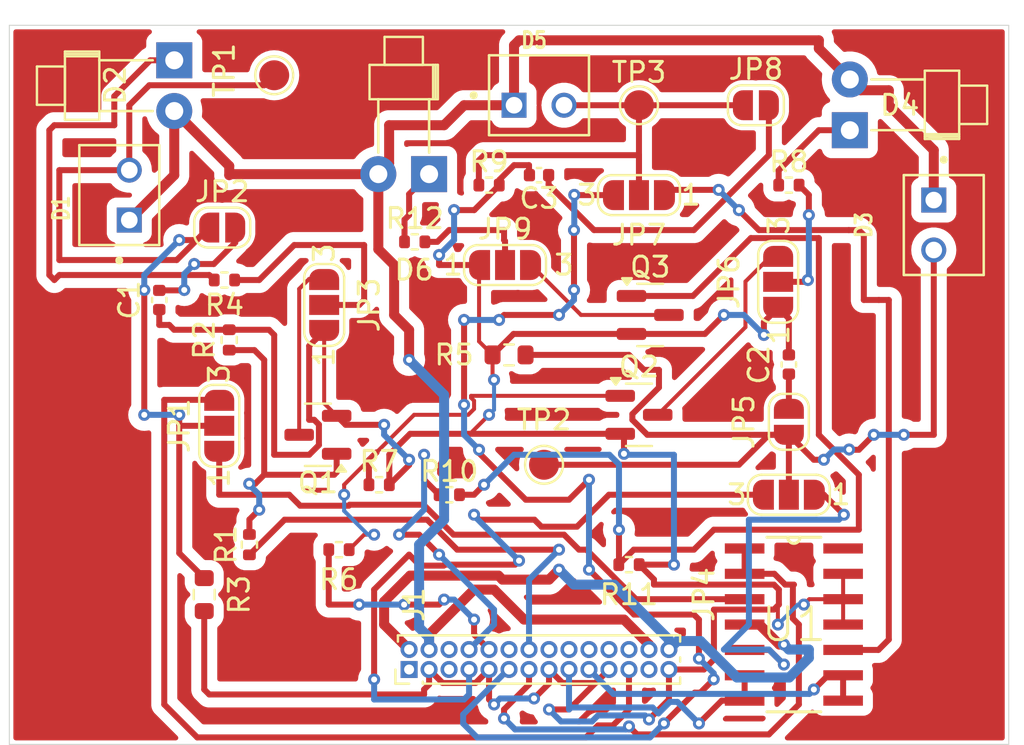
<source format=kicad_pcb>
(kicad_pcb (version 20240108) (generator "pcbnew") (generator_version "8.0")
  (layers (0 "F.Cu" signal) (31 "B.Cu" signal) (34 "B.Paste" user) (35 "F.Paste" user) (36 "B.SilkS" user "B.Silkscreen") (37 "F.SilkS" user "F.Silkscreen") (38 "B.Mask" user) (39 "F.Mask" user) (44 "Edge.Cuts" user))
  (net 0 "")
  (net 1 "Net-(JP8-B)")
  (net 2 "GND")
  (net 3 "Net-(JP2-B)")
  (net 4 "Net-(JP3-B)")
  (net 5 "+3V3")
  (net 6 "/V_out1")
  (net 7 "Net-(D2-K)")
  (net 8 "/V_out2")
  (net 9 "Net-(JP1-C)")
  (net 10 "/V_out3")
  (net 11 "/AB0")
  (net 12 "/PA3 ")
  (net 13 "/PA5")
  (net 14 "/RESV2")
  (net 15 "/BATT")
  (net 16 "/PC4")
  (net 17 "/PA6")
  (net 18 "/PC5")
  (net 19 "/RESV3 ")
  (net 20 "/PE14")
  (net 21 "/PA4")
  (net 22 "/PE10")
  (net 23 "/PE13 ")
  (net 24 "/PE12")
  (net 25 "/PE9")
  (net 26 "/PA7")
  (net 27 "/PE8")
  (net 28 "/RESV1")
  (net 29 "/PE15")
  (net 30 "/PE11")
  (net 31 "Net-(D4-K)")
  (net 32 "Net-(JP7-C)")
  (net 33 "Net-(JP3-C)")
  (net 35 "Net-(Q3-G)")
  (net 36 "Net-(JP5-B)")
  (net 37 "Net-(D6-K)")
  (net 38 "Net-(JP9-C)")
  (net 39 "Net-(JP4-C)")
  (net 40 "Net-(JP9-B)")
  (net 41 "Net-(JP6-B)")
  (net 42 "Net-(JP6-C)")
  (net 43 "Net-(Q1-G)")
  (net 44 "Net-(Q2-G)")
  (footprint "Resistor_SMD:R_0603_1608Metric" (layer "F.Cu") (at 224 132.5 180)
    (property "Reference" "R5")
    (property "Value" "220k")
  )
  (footprint "Jumper:SolderJumper-3_P1.3mm_Open_RoundedPad1.0x1.5mm_NumberLabels" (layer "F.Cu") (at 237.463795 128.841204 90)
    (property "Reference" "JP6")
    (property "Value" "SolderJumper_3_Open")
  )
  (footprint "TestPoint:TestPoint_Pad_D1.5mm" (layer "F.Cu") (at 225.75 138)
    (property "Reference" "TP2")
    (property "Value" "TestPoint")
  )
  (footprint "Capacitor_SMD:C_0402_1005Metric" (layer "F.Cu") (at 206.5 129.75 -90)
    (property "Reference" "C1")
    (property "Value" "10n")
  )
  (footprint "Capacitor_SMD:C_0402_1005Metric" (layer "F.Cu") (at 238 132.98 90)
    (property "Reference" "C2")
    (property "Value" "10n")
  )
  (footprint "Jumper:SolderJumper-2_P1.3mm_Open_RoundedPad1.0x1.5mm" (layer "F.Cu") (at 209.65 126.125)
    (property "Reference" "JP2")
    (property "Value" "SolderJumper_2_Open")
  )
  (footprint "Connector_PinHeader_1.00mm:PinHeader_2x14_P1.00mm_Vertical" (layer "F.Cu") (at 219 148.25 90)
    (property "Reference" "J1")
    (property "Value" "Conn_02x14_Odd_Even")
  )
  (footprint "LED_THT:LED_D1.8mm_W1.8mm_H2.4mm_Horizontal_O3.81mm_Z4.9mm" (layer "F.Cu") (at 241.05 121.25 90)
    (property "Reference" "D4")
    (property "Value" "TSAL4400")
  )
  (footprint "Jumper:SolderJumper-2_P1.3mm_Open_RoundedPad1.0x1.5mm" (layer "F.Cu") (at 236.35 120)
    (property "Reference" "JP8")
    (property "Value" "SolderJumper_2_Open")
  )
  (footprint "Resistor_SMD:R_0402_1005Metric" (layer "F.Cu") (at 238 124)
    (property "Reference" "R8")
    (property "Value" "15")
  )
  (footprint "BPW41N:DIO_BPW41N" (layer "F.Cu") (at 225.5 120)
    (property "Reference" "D5")
    (property "Value" "BPW41N")
  )
  (footprint "Resistor_SMD:R_0402_1005Metric" (layer "F.Cu") (at 219.28 126.84)
    (property "Reference" "R12")
    (property "Value" "15")
  )
  (footprint "Resistor_SMD:R_0402_1005Metric" (layer "F.Cu") (at 210 131.75 90)
    (property "Reference" "R2")
    (property "Value" "47k")
  )
  (footprint "Jumper:SolderJumper-3_P1.3mm_Open_RoundedPad1.0x1.5mm_NumberLabels" (layer "F.Cu") (at 230.5 124.5 180)
    (property "Reference" "JP7")
    (property "Value" "SolderJumper_3_Open")
  )
  (footprint "Jumper:SolderJumper-3_P1.3mm_Open_RoundedPad1.0x1.5mm_NumberLabels" (layer "F.Cu") (at 223.8 128)
    (property "Reference" "JP9")
    (property "Value" "SolderJumper_3_Open")
  )
  (footprint "Package_TO_SOT_SMD:SOT-23" (layer "F.Cu") (at 231.0625 130.5)
    (property "Reference" "Q3")
    (property "Value" "2N7002")
  )
  (footprint "Resistor_SMD:R_0402_1005Metric" (layer "F.Cu") (at 215.49 142.25)
    (property "Reference" "R6")
    (property "Value" "100")
  )
  (footprint "Jumper:SolderJumper-2_P1.3mm_Open_RoundedPad1.0x1.5mm" (layer "F.Cu") (at 238 135.85 90)
    (property "Reference" "JP5")
    (property "Value" "SolderJumper_2_Open")
  )
  (footprint "Jumper:SolderJumper-3_P1.3mm_Open_RoundedPad1.0x1.5mm_NumberLabels" (layer "F.Cu") (at 209.5 136.05 90)
    (property "Reference" "JP1")
    (property "Value" "SolderJumper_3_Open")
  )
  (footprint "Resistor_SMD:R_0402_1005Metric" (layer "F.Cu") (at 211.01 142 90)
    (property "Reference" "R1")
    (property "Value" "100")
  )
  (footprint "Package_TO_SOT_SMD:SOT-23" (layer "F.Cu") (at 214.4375 136.5 180)
    (property "Reference" "Q1")
    (property "Value" "2N7002")
  )
  (footprint "Resistor_SMD:R_0402_1005Metric" (layer "F.Cu") (at 217.5 139)
    (property "Reference" "R7")
    (property "Value" "47k")
  )
  (footprint "Resistor_SMD:R_0603_1608Metric" (layer "F.Cu") (at 208.75 144.5 -90)
    (property "Reference" "R3")
    (property "Value" "220k")
  )
  (footprint "Jumper:SolderJumper-3_P1.3mm_Open_RoundedPad1.0x1.5mm_NumberLabels" (layer "F.Cu") (at 238 139.5 180)
    (property "Reference" "JP4")
    (property "Value" "SolderJumper_3_Open")
  )
  (footprint "LED_THT:LED_D1.8mm_W1.8mm_H2.4mm_Horizontal_O3.81mm_Z4.9mm" (layer "F.Cu") (at 207.25 117.75 -90)
    (property "Reference" "D2")
    (property "Value" "TSAL4400")
  )
  (footprint "LM324DT:SOIC127P600X175-14N" (layer "F.Cu") (at 238.25 146)
    (property "Reference" "U1")
    (property "Value" "LM324DT")
  )
  (footprint "Resistor_SMD:R_0402_1005Metric" (layer "F.Cu") (at 223 124)
    (property "Reference" "R9")
    (property "Value" "220k")
  )
  (footprint "LED_THT:LED_D1.8mm_W1.8mm_H2.4mm_Horizontal_O3.81mm_Z4.9mm" (layer "F.Cu") (at 220 123.45 180)
    (property "Reference" "D6")
    (property "Value" "TSAL4400")
  )
  (footprint "Resistor_SMD:R_0402_1005Metric" (layer "F.Cu") (at 221.01 139.5)
    (property "Reference" "R10")
    (property "Value" "100")
  )
  (footprint "BPW41N:DIO_BPW41N" (layer "F.Cu") (at 245.25 125.998 -90)
    (property "Reference" "D3")
    (property "Value" "BPW41N")
  )
  (footprint "Jumper:SolderJumper-3_P1.3mm_Open_RoundedPad1.0x1.5mm_NumberLabels" (layer "F.Cu") (at 214.75 130 90)
    (property "Reference" "JP3")
    (property "Value" "SolderJumper_3_Open")
  )
  (footprint "Capacitor_SMD:C_0402_1005Metric" (layer "F.Cu") (at 225.5 123.5 180)
    (property "Reference" "C3")
    (property "Value" "10n")
  )
  (footprint "Resistor_SMD:R_0402_1005Metric" (layer "F.Cu") (at 209.76 128.75)
    (property "Reference" "R4")
    (property "Value" "15")
  )
  (footprint "Resistor_SMD:R_0402_1005Metric" (layer "F.Cu") (at 230 143)
    (property "Reference" "R11")
    (property "Value" "47k")
  )
  (footprint "Package_TO_SOT_SMD:SOT-23" (layer "F.Cu") (at 230.5 135.5)
    (property "Reference" "Q2")
    (property "Value" "2N7002")
  )
  (footprint "TestPoint:TestPoint_Pad_D1.5mm" (layer "F.Cu") (at 212.25 118.5)
    (property "Reference" "TP1")
    (property "Value" "TestPoint")
  )
  (footprint "BPW41N:DIO_BPW41N" (layer "F.Cu") (at 205 124.5 90)
    (property "Reference" "D1")
    (property "Value" "BPW41N")
  )
  (footprint "TestPoint:TestPoint_Pad_D1.5mm" (layer "F.Cu") (at 230.5 120)
    (property "Reference" "TP3")
    (property "Value" "TestPoint")
  )
  (gr_line (start 199 152) (end 199 116) (stroke (width 0.05)) (layer "Edge.Cuts"))
  (gr_line (start 249 152) (end 199 152) (stroke (width 0.05)) (layer "Edge.Cuts"))
  (gr_line (start 249 116) (end 249 152) (stroke (width 0.05)) (layer "Edge.Cuts"))
  (gr_line (start 199 116) (end 249 116) (stroke (width 0.05)) (layer "Edge.Cuts"))
  (segment (start 225.98 123.98) (end 228.25 126.25) (width 0.3) (layer "F.Cu") (net 1))
  (segment (start 228.25 126.25) (end 233.25 126.25) (width 0.3) (layer "F.Cu") (net 1))
  (segment (start 233.25 126.25) (end 237 122.5) (width 0.3) (layer "F.Cu") (net 1))
  (segment (start 237 122.5) (end 237 120) (width 0.3) (layer "F.Cu") (net 1))
  (segment (start 225.98 123.5) (end 225.98 123.98) (width 0.3) (layer "F.Cu") (net 1))
  (segment (start 225 123.48) (end 225.02 123.5) (width 0.3) (layer "F.Cu") (net 2))
  (segment (start 222.325 148.925) (end 220.675 148.925) (width 0.3) (layer "F.Cu") (net 2))
  (segment (start 234.25 147.75) (end 233.75 148.25) (width 0.3) (layer "F.Cu") (net 2))
  (segment (start 222.06 136.45) (end 219.05 136.45) (width 0.3) (layer "F.Cu") (net 2))
  (segment (start 206.5 130.23) (end 206.5 131) (width 0.3) (layer "F.Cu") (net 2))
  (segment (start 219.75 149.25) (end 220 149) (width 0.3) (layer "F.Cu") (net 2))
  (segment (start 223.175 132.5) (end 223.175 133.675) (width 0.2) (layer "F.Cu") (net 2))
  (segment (start 237.5 144.25) (end 237.5 145) (width 0.3) (layer "F.Cu") (net 2))
  (segment (start 223.51 124) (end 223.51 123.74) (width 0.3) (layer "F.Cu") (net 2))
  (segment (start 218.01 137.49) (end 218.01 139) (width 0.3) (layer "F.Cu") (net 2))
  (segment (start 237.5 145) (end 237.375 145.125) (width 0.3) (layer "F.Cu") (net 2))
  (segment (start 219.75 149.5) (end 219.75 149.25) (width 0.3) (layer "F.Cu") (net 2))
  (segment (start 222.06 136.44) (end 222.06 136.45) (width 0.2) (layer "F.Cu") (net 2))
  (segment (start 220.5 127.5) (end 220.5 128) (width 0.3) (layer "F.Cu") (net 2))
  (segment (start 230.125 131.45) (end 224.225 131.45) (width 0.3) (layer "F.Cu") (net 2))
  (segment (start 220.675 148.925) (end 220 148.25) (width 0.3) (layer "F.Cu") (net 2))
  (segment (start 240.7138 143.46) (end 240.7138 144.73) (width 0.2) (layer "F.Cu") (net 2))
  (segment (start 214.25 135.75) (end 214 135.75) (width 0.3) (layer "F.Cu") (net 2))
  (segment (start 222.26 125.25) (end 221.25 125.25) (width 0.3) (layer "F.Cu") (net 2))
  (segment (start 240.7138 144.73) (end 239.02 144.73) (width 0.2) (layer "F.Cu") (net 2))
  (segment (start 223.25 150) (end 223 149.75) (width 0.3) (layer "F.Cu") (net 2))
  (segment (start 223 135.5) (end 222.06 136.44) (width 0.2) (layer "F.Cu") (net 2))
  (segment (start 231 150.75) (end 232 149.75) (width 0.3) (layer "F.Cu") (net 2))
  (segment (start 231.25 143.74) (end 231.25 144) (width 0.3) (layer "F.Cu") (net 2))
  (segment (start 233.8 131.45) (end 234.75 130.5) (width 0.3) (layer "F.Cu") (net 2))
  (segment (start 207 131) (end 207.24 131.24) (width 0.3) (layer "F.Cu") (net 2))
  (segment (start 209 149.5) (end 219.75 149.5) (width 0.3) (layer "F.Cu") (net 2))
  (segment (start 234.25 145.25) (end 234.25 147.75) (width 0.3) (layer "F.Cu") (net 2))
  (segment (start 230.51 143) (end 231.25 143.74) (width 0.3) (layer "F.Cu") (net 2))
  (segment (start 226 148.95) (end 226 148.25) (width 0.3) (layer "F.Cu") (net 2))
  (segment (start 226.675 148.925) (end 228.325 148.925) (width 0.3) (layer "F.Cu") (net 2))
  (segment (start 214.75 134.925) (end 214.75 131.3) (width 0.2) (layer "F.Cu") (net 2))
  (segment (start 229.5625 136.45) (end 222.06 136.45) (width 0.3) (layer "F.Cu") (net 2))
  (segment (start 215.825 136) (end 215.375 135.55) (width 0.3) (layer "F.Cu") (net 2))
  (segment (start 214.4875 137.0125) (end 214.4875 135.9875) (width 0.3) (layer "F.Cu") (net 2))
  (segment (start 219.05 136.45) (end 218.01 137.49) (width 0.3) (layer "F.Cu") (net 2))
  (segment (start 237.45 146) (end 237.45 145.2) (width 0.2) (layer "F.Cu") (net 2))
  (segment (start 229.75 136.6375) (end 229.5625 136.45) (width 0.3) (layer "F.Cu") (net 2))
  (segment (start 237.45 145.2) (end 237.375 145.125) (width 0.2) (layer "F.Cu") (net 2))
  (segment (start 224.225 131.45) (end 223.175 132.5) (width 0.3) (layer "F.Cu") (net 2))
  (segment (start 223 148.25) (end 222.325 148.925) (width 0.3) (layer "F.Cu") (net 2))
  (segment (start 229.75 137.45) (end 229.75 136.6375) (width 0.3) (layer "F.Cu") (net 2))
  (segment (start 217.75 136) (end 215.825 136) (width 0.3) (layer "F.Cu") (net 2))
  (segment (start 238 132.5) (end 238 130.677409) (width 0.3) (layer "F.Cu") (net 2))
  (segment (start 214.4875 135.9875) (end 214.25 135.75) (width 0.3) (layer "F.Cu") (net 2))
  (segment (start 224.25 123) (end 225 123) (width 0.3) (layer "F.Cu") (net 2))
  (segment (start 212.25 131.5) (end 212.25 137.5) (width 0.3) (layer "F.Cu") (net 2))
  (segment (start 219 138.01) (end 218.01 139) (width 0.3) (layer "F.Cu") (net 2))
  (segment (start 225 123) (end 225 123.48) (width 0.3) (layer "F.Cu") (net 2))
  (segment (start 207.24 131.24) (end 210 131.24) (width 0.3) (layer "F.Cu") (net 2))
  (segment (start 223.51 123.74) (end 224.25 123) (width 0.3) (layer "F.Cu") (net 2))
  (segment (start 227 150.25) (end 229 148.25) (width 0.3) (layer "F.Cu") (net 2))
  (segment (start 220.5 128) (end 222.5 128) (width 0.3) (layer "F.Cu") (net 2))
  (segment (start 215.375 135.55) (end 214.75 134.925) (width 0.2) (layer "F.Cu") (net 2))
  (segment (start 236.75 131.5) (end 236.75 130.854999) (width 0.3) (layer "F.Cu") (net 2))
  (segment (start 240.7138 144.73) (end 240.7138 146) (width 0.2) (layer "F.Cu") (net 2))
  (segment (start 219 137.75) (end 219 138.01) (width 0.3) (layer "F.Cu") (net 2))
  (segment (start 226 150.25) (end 227 150.25) (width 0.3) (layer "F.Cu") (net 2))
  (segment (start 239.02 144.73) (end 238.75 145) (width 0.2) (layer "F.Cu") (net 2))
  (segment (start 214 137.5) (end 214.4875 137.0125) (width 0.3) (layer "F.Cu") (net 2))
  (segment (start 214 132.05) (end 214.75 131.3) (width 0.3) (layer "F.Cu") (net 2))
  (segment (start 223.175 133.675) (end 223.25 133.75) (width 0.2) (layer "F.Cu") (net 2))
  (segment (start 238 130.677409) (end 237.463795 130.141204) (width 0.3) (layer "F.Cu") (net 2))
  (segment (start 231.25 144) (end 237.25 144) (width 0.3) (layer "F.Cu") (net 2))
  (segment (start 211.99 131.24) (end 212.25 131.5) (width 0.3) (layer "F.Cu") (net 2))
  (segment (start 232 149.75) (end 232 148.25) (width 0.3) (layer "F.Cu") (net 2))
  (segment (start 210 131.24) (end 211.99 131.24) (width 0.3) (layer "F.Cu") (net 2))
  (segment (start 237.25 145.25) (end 234.25 145.25) (width 0.3) (layer "F.Cu") (net 2))
  (segment (start 222.5 131.825) (end 222.5 128) (width 0.2) (layer "F.Cu") (net 2))
  (segment (start 226 148.25) (end 226.675 148.925) (width 0.3) (layer "F.Cu") (net 2))
  (segment (start 206.5 131) (end 207 131) (width 0.3) (layer "F.Cu") (net 2))
  (segment (start 228.325 148.925) (end 229 148.25) (width 0.3) (layer "F.Cu") (net 2))
  (segment (start 208.75 145.325) (end 208.75 149.25) (width 0.3) (layer "F.Cu") (net 2))
  (segment (start 230.125 131.45) (end 233.8 131.45) (width 0.3) (layer "F.Cu") (net 2))
  (segment (start 236.75 130.854999) (end 237.463795 130.141204) (width 0.3) (layer "F.Cu") (net 2))
  (segment (start 225.25 149.7) (end 226 148.95) (width 0.3) (layer "F.Cu") (net 2))
  (segment (start 214 135.75) (end 214 132.05) (width 0.3) (layer "F.Cu") (net 2))
  (segment (start 237.25 144) (end 237.5 144.25) (width 0.3) (layer "F.Cu") (net 2))
  (segment (start 208.75 149.25) (end 209 149.5) (width 0.3) (layer "F.Cu") (net 2))
  (segment (start 223.175 132.5) (end 222.5 131.825) (width 0.2) (layer "F.Cu") (net 2))
  (segment (start 237.375 145.125) (end 237.25 145.25) (width 0.3) (layer "F.Cu") (net 2))
  (segment (start 230.51 143) (end 232.25 143) (width 0.3) (layer "F.Cu") (net 2))
  (segment (start 220 149) (end 220 148.25) (width 0.3) (layer "F.Cu") (net 2))
  (segment (start 223.51 124) (end 222.26 125.25) (width 0.3) (layer "F.Cu") (net 2))
  (segment (start 212.25 137.5) (end 214 137.5) (width 0.3) (layer "F.Cu") (net 2))
  (segment (start 223 149.75) (end 223 148.25) (width 0.3) (layer "F.Cu") (net 2))
  (segment (start 233.75 148.25) (end 232 148.25) (width 0.3) (layer "F.Cu") (net 2))
  (via (at 223 135.5) (size 0.6) (drill 0.3) (layers "F.Cu" "B.Cu") (net 2))
  (via (at 219 137.75) (size 0.6) (drill 0.3) (layers "F.Cu" "B.Cu") (net 2))
  (via (at 220.5 127.5) (size 0.6) (drill 0.3) (layers "F.Cu" "B.Cu") (net 2))
  (via (at 234.75 130.5) (size 0.6) (drill 0.3) (layers "F.Cu" "B.Cu") (net 2))
  (via (at 217.75 136) (size 0.6) (drill 0.3) (layers "F.Cu" "B.Cu") (net 2))
  (via (at 229.75 137.45) (size 0.6) (drill 0.3) (layers "F.Cu" "B.Cu") (net 2))
  (via (at 238.75 145) (size 0.6) (drill 0.3) (layers "F.Cu" "B.Cu") (net 2))
  (via (at 231 150.75) (size 0.6) (drill 0.3) (layers "F.Cu" "B.Cu") (net 2))
  (via (at 221.25 125.25) (size 0.6) (drill 0.3) (layers "F.Cu" "B.Cu") (net 2))
  (via (at 236.75 131.5) (size 0.6) (drill 0.3) (layers "F.Cu" "B.Cu") (net 2))
  (via (at 223.25 133.75) (size 0.6) (drill 0.3) (layers "F.Cu" "B.Cu") (net 2))
  (via (at 225.25 149.7) (size 0.6) (drill 0.3) (layers "F.Cu" "B.Cu") (net 2))
  (via (at 232.25 143) (size 0.6) (drill 0.3) (layers "F.Cu" "B.Cu") (net 2))
  (via (at 237.45 146) (size 0.6) (drill 0.3) (layers "F.Cu" "B.Cu") (net 2))
  (via (at 223.25 150) (size 0.6) (drill 0.3) (layers "F.Cu" "B.Cu") (net 2))
  (via (at 226 150.25) (size 0.6) (drill 0.3) (layers "F.Cu" "B.Cu") (net 2))
  (segment (start 234.75 130.5) (end 235.75 130.5) (width 0.3) (layer "B.Cu") (net 2))
  (segment (start 228.45 150.55) (end 228.15 150.85) (width 0.3) (layer "B.Cu") (net 2))
  (segment (start 238.45 145) (end 237.45 146) (width 0.2) (layer "B.Cu") (net 2))
  (segment (start 229.8 137.5) (end 229.75 137.45) (width 0.3) (layer "B.Cu") (net 2))
  (segment (start 232.25 143) (end 232.25 137.5) (width 0.3) (layer "B.Cu") (net 2))
  (segment (start 228.15 150.85) (end 226.6 150.85) (width 0.3) (layer "B.Cu") (net 2))
  (segment (start 225.25 149.7) (end 223.55 149.7) (width 0.3) (layer "B.Cu") (net 2))
  (segment (start 231 150.75) (end 230.8 150.55) (width 0.3) (layer "B.Cu") (net 2))
  (segment (start 238.75 145) (end 238.45 145) (width 0.2) (layer "B.Cu") (net 2))
  (segment (start 235.75 130.5) (end 236.75 131.5) (width 0.3) (layer "B.Cu") (net 2))
  (segment (start 221.25 125.25) (end 221.25 126.75) (width 0.3) (layer "B.Cu") (net 2))
  (segment (start 217.75 136.5) (end 217.75 136) (width 0.3) (layer "B.Cu") (net 2))
  (segment (start 230.8 150.55) (end 228.45 150.55) (width 0.3) (layer "B.Cu") (net 2))
  (segment (start 223.25 133.75) (end 223.25 135.25) (width 0.2) (layer "B.Cu") (net 2))
  (segment (start 223.25 135.25) (end 223 135.5) (width 0.2) (layer "B.Cu") (net 2))
  (segment (start 219 137.75) (end 217.75 136.5) (width 0.3) (layer "B.Cu") (net 2))
  (segment (start 226.6 150.85) (end 226 150.25) (width 0.3) (layer "B.Cu") (net 2))
  (segment (start 221.25 126.75) (end 220.5 127.5) (width 0.3) (layer "B.Cu") (net 2))
  (segment (start 223.55 149.7) (end 223.25 150) (width 0.3) (layer "B.Cu") (net 2))
  (segment (start 232.25 137.5) (end 229.8 137.5) (width 0.3) (layer "B.Cu") (net 2))
  (segment (start 210.3 126.88) (end 210.3 126.125) (width 0.3) (layer "F.Cu") (net 3))
  (segment (start 209.23 127.95) (end 210.3 126.88) (width 0.3) (layer "F.Cu") (net 3))
  (segment (start 207.73 129.27) (end 207.75 129.25) (width 0.3) (layer "F.Cu") (net 3))
  (segment (start 206.5 129.27) (end 207.73 129.27) (width 0.3) (layer "F.Cu") (net 3))
  (segment (start 208.25 127.95) (end 209.23 127.95) (width 0.3) (layer "F.Cu") (net 3))
  (via (at 208.25 127.95) (size 0.6) (drill 0.3) (layers "F.Cu" "B.Cu") (net 3))
  (via (at 207.75 129.25) (size 0.6) (drill 0.3) (layers "F.Cu" "B.Cu") (net 3))
  (segment (start 207.75 129.25) (end 207.75 128.45) (width 0.3) (layer "B.Cu") (net 3))
  (segment (start 207.75 128.45) (end 208.25 127.95) (width 0.3) (layer "B.Cu") (net 3))
  (segment (start 213.5 129.195) (end 213.995 128.7) (width 0.2) (layer "F.Cu") (net 4))
  (segment (start 213.995 128.7) (end 214.75 128.7) (width 0.2) (layer "F.Cu") (net 4))
  (segment (start 213.5 136.5) (end 213.5 129.195) (width 0.2) (layer "F.Cu") (net 4))
  (segment (start 226 143.75) (end 223.669239 143.75) (width 0.5) (layer "F.Cu") (net 5))
  (segment (start 217.75 146) (end 219 147.25) (width 0.5) (layer "F.Cu") (net 5))
  (segment (start 235.7862 146) (end 236.5228 146) (width 0.5) (layer "F.Cu") (net 5))
  (segment (start 237.5228 147) (end 237.75 147) (width 0.5) (layer "F.Cu") (net 5))
  (segment (start 226.5 143.25) (end 226 143.75) (width 0.5) (layer "F.Cu") (net 5))
  (segment (start 223.669239 143.75) (end 223.469239 143.55) (width 0.5) (layer "F.Cu") (net 5))
  (segment (start 219.05 143.55) (end 217.75 144.85) (width 0.5) (layer "F.Cu") (net 5))
  (segment (start 236.5228 146) (end 237.5228 147) (width 0.5) (layer "F.Cu") (net 5))
  (segment (start 223.469239 143.55) (end 219.05 143.55) (width 0.5) (layer "F.Cu") (net 5))
  (segment (start 217.75 144.85) (end 217.75 146) (width 0.5) (layer "F.Cu") (net 5))
  (via (at 226.5 143.25) (size 0.6) (drill 0.3) (layers "F.Cu" "B.Cu") (net 5))
  (via (at 237.75 147) (size 0.6) (drill 0.3) (layers "F.Cu" "B.Cu") (net 5))
  (segment (start 226.5 143.25) (end 227.25 144) (width 0.5) (layer "B.Cu") (net 5))
  (segment (start 227.25 144) (end 229.25 144) (width 0.5) (layer "B.Cu") (net 5))
  (segment (start 232 146.75) (end 232 147.25) (width 0.5) (layer "B.Cu") (net 5))
  (segment (start 229.25 144) (end 232 146.75) (width 0.5) (layer "B.Cu") (net 5))
  (segment (start 233.575001 146.825001) (end 232.424999 146.825001) (width 0.5) (layer "B.Cu") (net 5))
  (segment (start 239 147.669239) (end 238.019239 148.65) (width 0.5) (layer "B.Cu") (net 5))
  (segment (start 239 147.25) (end 239 147.669239) (width 0.5) (layer "B.Cu") (net 5))
  (segment (start 238 147.25) (end 239 147.25) (width 0.5) (layer "B.Cu") (net 5))
  (segment (start 238.019239 148.65) (end 235.4 148.65) (width 0.5) (layer "B.Cu") (net 5))
  (segment (start 235.4 148.65) (end 233.575001 146.825001) (width 0.5) (layer "B.Cu") (net 5))
  (segment (start 237.75 147) (end 238 147.25) (width 0.5) (layer "B.Cu") (net 5))
  (segment (start 232.424999 146.825001) (end 232 147.25) (width 0.5) (layer "B.Cu") (net 5))
  (segment (start 215.977818 140.05) (end 216.027818 140) (width 0.3) (layer "F.Cu") (net 6))
  (segment (start 213 139.5) (end 213.55 140.05) (width 0.3) (layer "F.Cu") (net 6))
  (segment (start 227.5 142.25) (end 227.871786 142.25) (width 0.3) (layer "F.Cu") (net 6))
  (segment (start 227.871786 142.25) (end 230.351786 144.73) (width 0.3) (layer "F.Cu") (net 6))
  (segment (start 230.351786 144.73) (end 235.7862 144.73) (width 0.3) (layer "F.Cu") (net 6))
  (segment (start 209.5 137.35) (end 209.5 139.5) (width 0.3) (layer "F.Cu") (net 6))
  (segment (start 209.5 139.5) (end 213 139.5) (width 0.3) (layer "F.Cu") (net 6))
  (segment (start 221.222182 141.5) (end 226.75 141.5) (width 0.3) (layer "F.Cu") (net 6))
  (segment (start 213.55 140.05) (end 215.977818 140.05) (width 0.3) (layer "F.Cu") (net 6))
  (segment (start 219.722182 140) (end 221.222182 141.5) (width 0.3) (layer "F.Cu") (net 6))
  (segment (start 216.027818 140) (end 219.722182 140) (width 0.3) (layer "F.Cu") (net 6))
  (segment (start 226.75 141.5) (end 227.5 142.25) (width 0.3) (layer "F.Cu") (net 6))
  (segment (start 209 128.5) (end 209.25 128.75) (width 0.3) (layer "F.Cu") (net 7))
  (segment (start 204.25 119.55) (end 204.25 121) (width 0.3) (layer "F.Cu") (net 7))
  (segment (start 201 121.25) (end 201 128.5) (width 0.3) (layer "F.Cu") (net 7))
  (segment (start 204.25 121) (end 201.25 121) (width 0.3) (layer "F.Cu") (net 7))
  (segment (start 206.05 117.75) (end 204.25 119.55) (width 0.3) (layer "F.Cu") (net 7))
  (segment (start 201.25 121) (end 201 121.25) (width 0.3) (layer "F.Cu") (net 7))
  (segment (start 201 128.5) (end 201.25 128.75) (width 0.3) (layer "F.Cu") (net 7))
  (segment (start 201.25 128.75) (end 201.5 128.5) (width 0.3) (layer "F.Cu") (net 7))
  (segment (start 207.25 117.75) (end 206.05 117.75) (width 0.3) (layer "F.Cu") (net 7))
  (segment (start 201.5 128.5) (end 209 128.5) (width 0.3) (layer "F.Cu") (net 7))
  (segment (start 239.3 139.5) (end 239.75 139.5) (width 0.3) (layer "F.Cu") (net 8))
  (segment (start 235.75 147.3062) (end 235.7862 147.27) (width 0.3) (layer "F.Cu") (net 8))
  (segment (start 237.02 147.27) (end 235.7862 147.27) (width 0.3) (layer "F.Cu") (net 8))
  (segment (start 237.75 148) (end 237.02 147.27) (width 0.3) (layer "F.Cu") (net 8))
  (segment (start 239.75 139.5) (end 240.75 140.5) (width 0.3) (layer "F.Cu") (net 8))
  (via (at 237.75 148) (size 0.6) (drill 0.3) (layers "F.Cu" "B.Cu") (net 8))
  (via (at 240.75 140.5) (size 0.6) (drill 0.3) (layers "F.Cu" "B.Cu") (net 8))
  (segment (start 234.75 147.25) (end 236 146) (width 0.3) (layer "B.Cu") (net 8))
  (segment (start 236 140.75) (end 240.5 140.75) (width 0.3) (layer "B.Cu") (net 8))
  (segment (start 237 147.25) (end 234.75 147.25) (width 0.3) (layer "B.Cu") (net 8))
  (segment (start 237.75 148) (end 237 147.25) (width 0.3) (layer "B.Cu") (net 8))
  (segment (start 236 146) (end 236 140.75) (width 0.3) (layer "B.Cu") (net 8))
  (segment (start 240.5 140.75) (end 240.75 140.5) (width 0.3) (layer "B.Cu") (net 8))
  (segment (start 212.5 118.25) (end 212.25 118.5) (width 0.3) (layer "F.Cu") (net 9))
  (segment (start 212.25 118.5) (end 211.75 119) (width 0.3) (layer "F.Cu") (net 9))
  (segment (start 207.5 136) (end 207.5 135.5) (width 0.3) (layer "F.Cu") (net 9))
  (segment (start 207.55 136.05) (end 207.5 136) (width 0.3) (layer "F.Cu") (net 9))
  (segment (start 205 123.25) (end 201.5 123.25) (width 0.3) (layer "F.Cu") (net 9))
  (segment (start 201.5 127.75) (end 207.375 127.75) (width 0.3) (layer "F.Cu") (net 9))
  (segment (start 211.75 119) (end 206 119) (width 0.3) (layer "F.Cu") (net 9))
  (segment (start 207.5 136) (end 207.5 142.425) (width 0.3) (layer "F.Cu") (net 9))
  (segment (start 206 119) (end 205 120) (width 0.3) (layer "F.Cu") (net 9))
  (segment (start 207.5 126.75) (end 208.375 126.75) (width 0.3) (layer "F.Cu") (net 9))
  (segment (start 208.375 126.75) (end 209 126.125) (width 0.3) (layer "F.Cu") (net 9))
  (segment (start 201.5 123.25) (end 201.5 127.75) (width 0.3) (layer "F.Cu") (net 9))
  (segment (start 205 120) (end 205 123.25) (width 0.3) (layer "F.Cu") (net 9))
  (segment (start 209.5 136.05) (end 207.55 136.05) (width 0.3) (layer "F.Cu") (net 9))
  (segment (start 207.5 142.425) (end 208.75 143.675) (width 0.3) (layer "F.Cu") (net 9))
  (segment (start 207.375 127.75) (end 209 126.125) (width 0.3) (layer "F.Cu") (net 9))
  (segment (start 205.75 129.25) (end 205.75 135.5) (width 0.3) (layer "F.Cu") (net 9))
  (via (at 205.75 135.5) (size 0.6) (drill 0.3) (layers "F.Cu" "B.Cu") (net 9))
  (via (at 207.5 126.75) (size 0.6) (drill 0.3) (layers "F.Cu" "B.Cu") (net 9))
  (via (at 207.5 135.5) (size 0.6) (drill 0.3) (layers "F.Cu" "B.Cu") (net 9))
  (via (at 205.75 129.25) (size 0.6) (drill 0.3) (layers "F.Cu" "B.Cu") (net 9))
  (segment (start 205.75 129.25) (end 205.75 128.5) (width 0.3) (layer "B.Cu") (net 9))
  (segment (start 205.75 128.5) (end 207.5 126.75) (width 0.3) (layer "B.Cu") (net 9))
  (segment (start 207.5 135.5) (end 205.75 135.5) (width 0.3) (layer "B.Cu") (net 9))
  (segment (start 242.5 129.75) (end 241.75 129.75) (width 0.3) (layer "F.Cu") (net 10))
  (segment (start 241.75 126.5) (end 241.5 126.25) (width 0.3) (layer "F.Cu") (net 10))
  (segment (start 238 126.25) (end 236.5 126.25) (width 0.3) (layer "F.Cu") (net 10))
  (segment (start 241 126.25) (end 238 126.25) (width 0.3) (layer "F.Cu") (net 10))
  (segment (start 236.5 126.25) (end 235.5 125.25) (width 0.3) (layer "F.Cu") (net 10))
  (segment (start 243 146.75) (end 243 129.75) (width 0.3) (layer "F.Cu") (net 10))
  (segment (start 241.75 129.75) (end 241.75 126.5) (width 0.3) (layer "F.Cu") (net 10))
  (segment (start 243 129.75) (end 242.5 129.75) (width 0.3) (layer "F.Cu") (net 10))
  (segment (start 242.48 147.27) (end 243 146.75) (width 0.3) (layer "F.Cu") (net 10))
  (segment (start 232.063909 124.236091) (end 231.8 124.5) (width 0.3) (layer "F.Cu") (net 10))
  (segment (start 234.486091 124.236091) (end 232.063909 124.236091) (width 0.3) (layer "F.Cu") (net 10))
  (segment (start 241.5 126.25) (end 241 126.25) (width 0.3) (layer "F.Cu") (net 10))
  (segment (start 240.7138 147.27) (end 242.48 147.27) (width 0.3) (layer "F.Cu") (net 10))
  (via (at 234.486091 124.236091) (size 0.6) (drill 0.3) (layers "F.Cu" "B.Cu") (net 10))
  (via (at 235.5 125.25) (size 0.6) (drill 0.3) (layers "F.Cu" "B.Cu") (net 10))
  (segment (start 234.5 124.25) (end 234.486091 124.236091) (width 0.3) (layer "B.Cu") (net 10))
  (segment (start 235.5 125.25) (end 234.5 124.25) (width 0.3) (layer "B.Cu") (net 10))
  (segment (start 221.75 135) (end 221.75 135.032892) (width 0.3) (layer "F.Cu") (net 13))
  (segment (start 231.75 150.95) (end 233.29 149.41) (width 0.3) (layer "F.Cu") (net 13))
  (segment (start 227 139.75) (end 224.835786 139.75) (width 0.3) (layer "F.Cu") (net 13))
  (segment (start 227.277818 124.5) (end 227.263909 124.486091) (width 0.3) (layer "F.Cu") (net 13))
  (segment (start 221.75 130.75) (end 221.75 135) (width 0.3) (layer "F.Cu") (net 13))
  (segment (start 228 138.75) (end 227 139.75) (width 0.3) (layer "F.Cu") (net 13))
  (segment (start 230.25 145.5) (end 233.25 145.5) (width 0.3) (layer "F.Cu") (net 13))
  (segment (start 224.835786 139.75) (end 222.5 137.414214) (width 0.3) (layer "F.Cu") (net 13))
  (segment (start 227.25 126.25) (end 227.25 129.25) (width 0.3) (layer "F.Cu") (net 13))
  (segment (start 229.2 124.5) (end 227.277818 124.5) (width 0.3) (layer "F.Cu") (net 13))
  (segment (start 223.75 130.5) (end 223.5 130.75) (width 0.3) (layer "F.Cu") (net 13))
  (segment (start 233.29 149.41) (end 233.570218 149.41) (width 0.3) (layer "F.Cu") (net 13))
  (segment (start 222.5 137.414214) (end 222.5 137.25) (width 0.3) (layer "F.Cu") (net 13))
  (segment (start 226.5 130.5) (end 223.75 130.5) (width 0.3) (layer "F.Cu") (net 13))
  (segment (start 228 143.25) (end 230.25 145.5) (width 0.3) (layer "F.Cu") (net 13))
  (segment (start 233.5 145.75) (end 233.5 147.7) (width 0.3) (layer "F.Cu") (net 13))
  (segment (start 233.570218 149.41) (end 234.240109 148.740109) (width 0.3) (layer "F.Cu") (net 13))
  (segment (start 233.25 145.5) (end 233.5 145.75) (width 0.3) (layer "F.Cu") (net 13))
  (via (at 227.263909 124.486091) (size 0.6) (drill 0.3) (layers "F.Cu" "B.Cu") (net 13))
  (via (at 222.5 137.25) (size 0.6) (drill 0.3) (layers "F.Cu" "B.Cu") (net 13))
  (via (at 221.75 130.75) (size 0.6) (drill 0.3) (layers "F.Cu" "B.Cu") (net 13))
  (via (at 227.25 129.25) (size 0.6) (drill 0.3) (layers "F.Cu" "B.Cu") (net 13))
  (via (at 221.75 135) (size 0.6) (drill 0.3) (layers "F.Cu" "B.Cu") (net 13))
  (via (at 226.5 130.5) (size 0.6) (drill 0.3) (layers "F.Cu" "B.Cu") (net 13))
  (via (at 223.5 130.75) (size 0.6) (drill 0.3) (layers "F.Cu" "B.Cu") (net 13))
  (via (at 228 143.25) (size 0.6) (drill 0.3) (layers "F.Cu" "B.Cu") (net 13))
  (via (at 231.75 150.95) (size 0.6) (drill 0.3) (layers "F.Cu" "B.Cu") (net 13))
  (via (at 228 138.75) (size 0.6) (drill 0.3) (layers "F.Cu" "B.Cu") (net 13))
  (via (at 234.240109 148.740109) (size 0.6) (drill 0.3) (layers "F.Cu" "B.Cu") (net 13))
  (via (at 233.5 147.7) (size 0.6) (drill 0.3) (layers "F.Cu" "B.Cu") (net 13))
  (via (at 227.25 126.25) (size 0.6) (drill 0.3) (layers "F.Cu" "B.Cu") (net 13))
  (segment (start 222.4 151.65) (end 221.704595 150.954595) (width 0.3) (layer "B.Cu") (net 13))
  (segment (start 221.704595 150.5) (end 223.954595 148.25) (width 0.3) (layer "B.Cu") (net 13))
  (segment (start 221.75 135) (end 221.75 136.5) (width 0.3) (layer "B.Cu") (net 13))
  (segment (start 223.5 130.75) (end 221.75 130.75) (width 0.3) (layer "B.Cu") (net 13))
  (segment (start 227.25 129.25) (end 227.25 129.75) (width 0.3) (layer "B.Cu") (net 13))
  (segment (start 227.263909 126.236091) (end 227.25 126.25) (width 0.3) (layer "B.Cu") (net 13))
  (segment (start 221.704595 150.954595) (end 221.704595 150.5) (width 0.3) (layer "B.Cu") (net 13))
  (segment (start 231.05 151.65) (end 222.4 151.65) (width 0.3) (layer "B.Cu") (net 13))
  (segment (start 227.25 129.75) (end 226.5 130.5) (width 0.3) (layer "B.Cu") (net 13))
  (segment (start 234.240109 148.440109) (end 233.5 147.7) (width 0.3) (layer "B.Cu") (net 13))
  (segment (start 223.954595 148.25) (end 224 148.25) (width 0.3) (layer "B.Cu") (net 13))
  (segment (start 234.240109 148.740109) (end 234.240109 148.440109) (width 0.3) (layer "B.Cu") (net 13))
  (segment (start 228 138.75) (end 228 143.25) (width 0.3) (layer "B.Cu") (net 13))
  (segment (start 231.75 150.95) (end 231.05 151.65) (width 0.3) (layer "B.Cu") (net 13))
  (segment (start 221.75 136.5) (end 222.5 137.25) (width 0.3) (layer "B.Cu") (net 13))
  (segment (start 227.263909 124.486091) (end 227.263909 126.236091) (width 0.3) (layer "B.Cu") (net 13))
  (segment (start 231 147) (end 231 147.25) (width 0.5) (layer "F.Cu") (net 15))
  (segment (start 220 147.25) (end 220 146.5) (width 0.5) (layer "F.Cu") (net 15))
  (segment (start 219 131.25) (end 218.25 130.5) (width 0.5) (layer "F.Cu") (net 15))
  (segment (start 207.25 120.29) (end 210 123.04) (width 0.5) (layer "F.Cu") (net 15))
  (segment (start 210.05 123.45) (end 217.46 123.45) (width 0.5) (layer "F.Cu") (net 15))
  (segment (start 218.25 128) (end 217.46 127.21) (width 0.5) (layer "F.Cu") (net 15))
  (segment (start 224.75 145.75) (end 229.75 145.75) (width 0.5) (layer "F.Cu") (net 15))
  (segment (start 243 120) (end 243 119.25) (width 0.5) (layer "F.Cu") (net 15))
  (segment (start 223.25 144.25) (end 224.75 145.75) (width 0.5) (layer "F.Cu") (net 15))
  (segment (start 243 119.25) (end 241.59 119.25) (width 0.5) (layer "F.Cu") (net 15))
  (segment (start 217.46 127.21) (end 217.46 123.45) (width 0.5) (layer "F.Cu") (net 15))
  (segment (start 229.75 145.75) (end 231 147) (width 0.5) (layer "F.Cu") (net 15))
  (segment (start 218.25 130.5) (end 218.25 128) (width 0.5) (layer "F.Cu") (net 15))
  (segment (start 219 132.75) (end 219 131.25) (width 0.5) (layer "F.Cu") (net 15))
  (segment (start 210 123.04) (end 210 123.5) (width 0.5) (layer "F.Cu") (net 15))
  (segment (start 241.05 118.71) (end 239.5 117.16) (width 0.5) (layer "F.Cu") (net 15))
  (segment (start 245.25 122.25) (end 243 120) (width 0.5) (layer "F.Cu") (net 15))
  (segment (start 210 123.5) (end 210.05 123.45) (width 0.5) (layer "F.Cu") (net 15))
  (segment (start 224.25 120) (end 221.75 120) (width 0.5) (layer "F.Cu") (net 15))
  (segment (start 224.25 117) (end 224.25 120) (width 0.5) (layer "F.Cu") (net 15))
  (segment (start 245.25 124.748) (end 245.25 122.25) (width 0.5) (layer "F.Cu") (net 15))
  (segment (start 224.5 116.75) (end 224.25 117) (width 0.5) (layer "F.Cu") (net 15))
  (segment (start 239.5 116.75) (end 224.5 116.75) (width 0.5) (layer "F.Cu") (net 15))
  (segment (start 218 122.91) (end 217.46 123.45) (width 0.5) (layer "F.Cu") (net 15))
  (segment (start 218 121) (end 218 122.91) (width 0.5) (layer "F.Cu") (net 15))
  (segment (start 239.5 117.16) (end 239.5 116.75) (width 0.5) (layer "F.Cu") (net 15))
  (segment (start 207.25 123.5) (end 207.25 120.29) (width 0.5) (layer "F.Cu") (net 15))
  (segment (start 220.75 121) (end 218 121) (width 0.5) (layer "F.Cu") (net 15))
  (segment (start 221.75 120) (end 220.75 121) (width 0.5) (layer "F.Cu") (net 15))
  (segment (start 241.59 119.25) (end 241.05 118.71) (width 0.5) (layer "F.Cu") (net 15))
  (segment (start 222.25 144.25) (end 223.25 144.25) (width 0.5) (layer "F.Cu") (net 15))
  (segment (start 205 125.75) (end 207.25 123.5) (width 0.5) (layer "F.Cu") (net 15))
  (segment (start 220 146.5) (end 222.25 144.25) (width 0.5) (layer "F.Cu") (net 15))
  (via (at 219 132.75) (size 0.6) (drill 0.3) (layers "F.Cu" "B.Cu") (net 15))
  (segment (start 220 146.64896) (end 220 147.25) (width 0.5) (layer "B.Cu") (net 15))
  (segment (start 219.5 142) (end 219.5 146.14896) (width 0.5) (layer "B.Cu") (net 15))
  (segment (start 220.75 134.5) (end 220.75 140.75) (width 0.5) (layer "B.Cu") (net 15))
  (segment (start 219 132.75) (end 220.75 134.5) (width 0.5) (layer "B.Cu") (net 15))
  (segment (start 220.75 140.75) (end 219.5 142) (width 0.5) (layer "B.Cu") (net 15))
  (segment (start 219.5 146.14896) (end 220 146.64896) (width 0.5) (layer "B.Cu") (net 15))
  (segment (start 240.7138 148.54) (end 239.96 148.54) (width 0.3) (layer "F.Cu") (net 16))
  (segment (start 240.7138 148.54) (end 240.7138 149.81) (width 0.3) (layer "F.Cu") (net 16))
  (segment (start 239.96 148.54) (end 239.25 149.25) (width 0.3) (layer "F.Cu") (net 16))
  (via (at 239.25 149.25) (size 0.6) (drill 0.3) (layers "F.Cu" "B.Cu") (net 16))
  (segment (start 229.222182 149.472182) (end 228 148.25) (width 0.3) (layer "B.Cu") (net 16))
  (segment (start 239.25 149.25) (end 239.027818 149.472182) (width 0.3) (layer "B.Cu") (net 16))
  (segment (start 239.027818 149.472182) (end 229.222182 149.472182) (width 0.3) (layer "B.Cu") (net 16))
  (segment (start 238.25 144) (end 237.815686 144) (width 0.3) (layer "F.Cu") (net 17))
  (segment (start 230.4 151.5) (end 237 151.5) (width 0.3) (layer "F.Cu") (net 17))
  (segment (start 238.5 146) (end 238.2 145.7) (width 0.3) (layer "F.Cu") (net 17))
  (segment (start 238.5 150) (end 238.5 146) (width 0.3) (layer "F.Cu") (net 17))
  (segment (start 223.75 150.25) (end 225 149) (width 0.3) (layer "F.Cu") (net 17))
  (segment (start 237 151.5) (end 238.5 150) (width 0.3) (layer "F.Cu") (net 17))
  (segment (start 237.815686 144) (end 237.275686 143.46) (width 0.3) (layer "F.Cu") (net 17))
  (segment (start 230 151.1) (end 230.4 151.5) (width 0.3) (layer "F.Cu") (net 17))
  (segment (start 237.275686 143.46) (end 235.7862 143.46) (width 0.3) (layer "F.Cu") (net 17))
  (segment (start 225 149) (end 225 148.25) (width 0.3) (layer "F.Cu") (net 17))
  (segment (start 238.2 144.05) (end 238.25 144) (width 0.3) (layer "F.Cu") (net 17))
  (segment (start 238.2 145.7) (end 238.2 144.05) (width 0.3) (layer "F.Cu") (net 17))
  (segment (start 235.7862 142.19) (end 235.7862 143.46) (width 0.3) (layer "F.Cu") (net 17))
  (segment (start 223.75 150.7) (end 223.75 150.25) (width 0.3) (layer "F.Cu") (net 17))
  (via (at 223.75 150.7) (size 0.6) (drill 0.3) (layers "F.Cu" "B.Cu") (net 17))
  (via (at 230 151.1) (size 0.6) (drill 0.3) (layers "F.Cu" "B.Cu") (net 17))
  (segment (start 229.85 151.25) (end 224.3 151.25) (width 0.3) (layer "B.Cu") (net 17))
  (segment (start 224.3 151.25) (end 223.75 150.7) (width 0.3) (layer "B.Cu") (net 17))
  (segment (start 230 151.1) (end 229.85 151.25) (width 0.3) (layer "B.Cu") (net 17))
  (segment (start 230 150.25) (end 229.2 151.05) (width 0.3) (layer "F.Cu") (net 18))
  (segment (start 208.4 151.65) (end 206.75 150) (width 0.3) (layer "F.Cu") (net 18))
  (segment (start 206.75 134.75) (end 209.5 134.75) (width 0.3) (layer "F.Cu") (net 18))
  (segment (start 228.45 151.05) (end 227.85 151.65) (width 0.3) (layer "F.Cu") (net 18))
  (segment (start 206.75 150) (end 206.75 134.75) (width 0.3) (layer "F.Cu") (net 18))
  (segment (start 229.2 151.05) (end 228.45 151.05) (width 0.3) (layer "F.Cu") (net 18))
  (segment (start 227.85 151.65) (end 208.4 151.65) (width 0.3) (layer "F.Cu") (net 18))
  (segment (start 230 148.25) (end 230 150.25) (width 0.3) (layer "F.Cu") (net 18))
  (segment (start 214.98 144.98) (end 215 145) (width 0.3) (layer "F.Cu") (net 20))
  (segment (start 220.5 145) (end 218.75 145) (width 0.3) (layer "F.Cu") (net 20))
  (segment (start 215 145) (end 215.5 145) (width 0.3) (layer "F.Cu") (net 20))
  (segment (start 222.25 146.5) (end 223 147.25) (width 0.3) (layer "F.Cu") (net 20))
  (segment (start 214.98 142.25) (end 214.98 144.98) (width 0.3) (layer "F.Cu") (net 20))
  (segment (start 220.75 144.75) (end 220.5 145) (width 0.3) (layer "F.Cu") (net 20))
  (segment (start 222.25 145.75) (end 222.25 146.5) (width 0.3) (layer "F.Cu") (net 20))
  (segment (start 215.5 145) (end 216.5 145) (width 0.3) (layer "F.Cu") (net 20))
  (via (at 218.75 145) (size 0.6) (drill 0.3) (layers "F.Cu" "B.Cu") (net 20))
  (via (at 222.25 145.75) (size 0.6) (drill 0.3) (layers "F.Cu" "B.Cu") (net 20))
  (via (at 216.5 145) (size 0.6) (drill 0.3) (layers "F.Cu" "B.Cu") (net 20))
  (via (at 220.75 144.75) (size 0.6) (drill 0.3) (layers "F.Cu" "B.Cu") (net 20))
  (segment (start 220.75 144.75) (end 221.25 144.75) (width 0.3) (layer "B.Cu") (net 20))
  (segment (start 216.5 145) (end 218.75 145) (width 0.3) (layer "B.Cu") (net 20))
  (segment (start 221.25 144.75) (end 222.25 145.75) (width 0.3) (layer "B.Cu") (net 20))
  (segment (start 220.777818 143) (end 220.727818 143.05) (width 0.3) (layer "F.Cu") (net 21))
  (segment (start 222.5 140.75) (end 225.2701 140.75) (width 0.3) (layer "F.Cu") (net 21))
  (segment (start 222.25 140.5) (end 222.5 140.75) (width 0.3) (layer "F.Cu") (net 21))
  (segment (start 224.5 142.8) (end 224.3 143) (width 0.3) (layer "F.Cu") (net 21))
  (segment (start 219 142.5) (end 217.25 144.25) (width 0.3) (layer "F.Cu") (net 21))
  (segment (start 217.25 144.25) (end 217.25 148.75) (width 0.3) (layer "F.Cu") (net 21))
  (segment (start 229 139.5) (end 236.7 139.5) (width 0.3) (layer "F.Cu") (net 21))
  (segment (start 219.55 143.05) (end 219 142.5) (width 0.3) (layer "F.Cu") (net 21))
  (segment (start 225.2701 140.75) (end 225.6201 141.1) (width 0.3) (layer "F.Cu") (net 21))
  (segment (start 224.3 143) (end 220.777818 143) (width 0.3) (layer "F.Cu") (net 21))
  (segment (start 227.4 141.1) (end 229 139.5) (width 0.3) (layer "F.Cu") (net 21))
  (segment (start 225.6201 141.1) (end 227.4 141.1) (width 0.3) (layer "F.Cu") (net 21))
  (segment (start 220.727818 143.05) (end 219.55 143.05) (width 0.3) (layer "F.Cu") (net 21))
  (via (at 217.25 148.75) (size 0.6) (drill 0.3) (layers "F.Cu" "B.Cu") (net 21))
  (via (at 222.25 140.5) (size 0.6) (drill 0.3) (layers "F.Cu" "B.Cu") (net 21))
  (via (at 224.5 142.8) (size 0.6) (drill 0.3) (layers "F.Cu" "B.Cu") (net 21))
  (segment (start 221.75 149.75) (end 222 149.5) (width 0.3) (layer "B.Cu") (net 21))
  (segment (start 222.25 140.55) (end 224.5 142.8) (width 0.3) (layer "B.Cu") (net 21))
  (segment (start 222.25 140.5) (end 222.25 140.55) (width 0.3) (layer "B.Cu") (net 21))
  (segment (start 217.25 149.75) (end 221.75 149.75) (width 0.3) (layer "B.Cu") (net 21))
  (segment (start 217.25 148.75) (end 217.25 149.75) (width 0.3) (layer "B.Cu") (net 21))
  (segment (start 222 149.5) (end 222 148.25) (width 0.3) (layer "B.Cu") (net 21))
  (segment (start 221.406496 142.25) (end 219.906496 140.75) (width 0.3) (layer "F.Cu") (net 24))
  (segment (start 226.5 142.25) (end 221.406496 142.25) (width 0.3) (layer "F.Cu") (net 24))
  (segment (start 219.906496 140.75) (end 212.77 140.75) (width 0.3) (layer "F.Cu") (net 24))
  (segment (start 212.77 140.75) (end 211.01 142.51) (width 0.3) (layer "F.Cu") (net 24))
  (via (at 226.5 142.25) (size 0.6) (drill 0.3) (layers "F.Cu" "B.Cu") (net 24))
  (segment (start 225 143.75) (end 225 147.25) (width 0.3) (layer "B.Cu") (net 24))
  (segment (start 226.5 142.25) (end 225 143.75) (width 0.3) (layer "B.Cu") (net 24))
  (segment (start 235.7862 148.54) (end 235.7862 149.81) (width 0.3) (layer "F.Cu") (net 26))
  (segment (start 233.5 150.95) (end 234.64 149.81) (width 0.3) (layer "F.Cu") (net 26))
  (segment (start 234.64 149.81) (end 235.7862 149.81) (width 0.3) (layer "F.Cu") (net 26))
  (via (at 233.5 150.95) (size 0.6) (drill 0.3) (layers "F.Cu" "B.Cu") (net 26))
  (segment (start 232.422182 149.872182) (end 232.05 149.872182) (width 0.3) (layer "B.Cu") (net 26))
  (segment (start 231.475 150.447182) (end 231.177818 150.15) (width 0.3) (layer "B.Cu") (net 26))
  (segment (start 232.05 149.872182) (end 231.475 150.447182) (width 0.3) (layer "B.Cu") (net 26))
  (segment (start 227 150.25) (end 227 148.25) (width 0.3) (layer "B.Cu") (net 26))
  (segment (start 231.177818 150.15) (end 227.1 150.15) (width 0.3) (layer "B.Cu") (net 26))
  (segment (start 233.5 150.95) (end 232.422182 149.872182) (width 0.3) (layer "B.Cu") (net 26))
  (segment (start 227.1 150.15) (end 227 150.25) (width 0.3) (layer "B.Cu") (net 26))
  (segment (start 219.75 137.5) (end 219.75 138.75) (width 0.3) (layer "F.Cu") (net 29))
  (segment (start 219.5 141.5) (end 218.5 141.5) (width 0.3) (layer "F.Cu") (net 29))
  (segment (start 219.75 138.75) (end 220.5 139.5) (width 0.3) (layer "F.Cu") (net 29))
  (segment (start 220.5 142.5) (end 219.5 141.5) (width 0.3) (layer "F.Cu") (net 29))
  (via (at 220.5 142.5) (size 0.6) (drill 0.3) (layers "F.Cu" "B.Cu") (net 29))
  (via (at 218.5 141.5) (size 0.6) (drill 0.3) (layers "F.Cu" "B.Cu") (net 29))
  (via (at 219.75 137.5) (size 0.6) (drill 0.3) (layers "F.Cu" "B.Cu") (net 29))
  (segment (start 223.25 145.25) (end 223.25 146) (width 0.3) (layer "B.Cu") (net 29))
  (segment (start 219.75 140.25) (end 218.5 141.5) (width 0.3) (layer "B.Cu") (net 29))
  (segment (start 220.5 142.5) (end 223.25 145.25) (width 0.3) (layer "B.Cu") (net 29))
  (segment (start 219.75 137.5) (end 219.75 140.25) (width 0.3) (layer "B.Cu") (net 29))
  (segment (start 223.25 146) (end 222 147.25) (width 0.3) (layer "B.Cu") (net 29))
  (segment (start 237.49 123.26) (end 237.49 124) (width 0.3) (layer "F.Cu") (net 31))
  (segment (start 239.5 121.25) (end 237.49 123.26) (width 0.3) (layer "F.Cu") (net 31))
  (segment (start 241.05 121.25) (end 239.5 121.25) (width 0.3) (layer "F.Cu") (net 31))
  (segment (start 222.49 124) (end 222.49 122.76) (width 0.3) (layer "F.Cu") (net 32))
  (segment (start 230.5 120) (end 230.5 124.5) (width 0.3) (layer "F.Cu") (net 32))
  (segment (start 222.49 122.76) (end 222.75 122.5) (width 0.3) (layer "F.Cu") (net 32))
  (segment (start 222.75 122.5) (end 230.5 122.5) (width 0.3) (layer "F.Cu") (net 32))
  (segment (start 230.5 120) (end 235.7 120) (width 0.3) (layer "F.Cu") (net 32))
  (segment (start 226.75 120) (end 230.5 120) (width 0.3) (layer "F.Cu") (net 32))
  (segment (start 230.5 122.5) (end 230.5 124.5) (width 0.3) (layer "F.Cu") (net 32))
  (segment (start 216.5 130) (end 216.75 129.75) (width 0.3) (layer "F.Cu") (net 33))
  (segment (start 213.25 127) (end 211.5 128.75) (width 0.3) (layer "F.Cu") (net 33))
  (segment (start 214.75 130) (end 216.5 130) (width 0.3) (layer "F.Cu") (net 33))
  (segment (start 216.75 129.75) (end 216.75 127) (width 0.3) (layer "F.Cu") (net 33))
  (segment (start 211.5 128.75) (end 210.27 128.75) (width 0.3) (layer "F.Cu") (net 33))
  (segment (start 216.75 127) (end 213.25 127) (width 0.3) (layer "F.Cu") (net 33))
  (segment (start 236.1 126.65) (end 239.5 126.65) (width 0.3) (layer "F.Cu") (net 35))
  (segment (start 222.75 139) (end 222.25 139.5) (width 0.3) (layer "F.Cu") (net 35))
  (segment (start 222.25 139.5) (end 221.52 139.5) (width 0.3) (layer "F.Cu") (net 35))
  (segment (start 234.25 141.25) (end 233.25 142.25) (width 0.3) (layer "F.Cu") (net 35))
  (segment (start 241.5 141.25) (end 234.25 141.25) (width 0.3) (layer "F.Cu") (net 35))
  (segment (start 229.5 141.25) (end 229.5 142.99) (width 0.3) (layer "F.Cu") (net 35))
  (segment (start 233.2 129.55) (end 236.1 126.65) (width 0.3) (layer "F.Cu") (net 35))
  (segment (start 241.5 138.5) (end 241.5 141.25) (width 0.3) (layer "F.Cu") (net 35))
  (segment (start 233.25 142.25) (end 230.24 142.25) (width 0.3) (layer "F.Cu") (net 35))
  (segment (start 229.5 142.99) (end 229.49 143) (width 0.3) (layer "F.Cu") (net 35))
  (segment (start 239.5 136.5) (end 241.5 138.5) (width 0.3) (layer "F.Cu") (net 35))
  (segment (start 230.24 142.25) (end 229.49 143) (width 0.3) (layer "F.Cu") (net 35))
  (segment (start 230.125 129.55) (end 233.2 129.55) (width 0.3) (layer "F.Cu") (net 35))
  (segment (start 239.5 126.65) (end 239.5 136.5) (width 0.3) (layer "F.Cu") (net 35))
  (via (at 229.5 141.25) (size 0.6) (drill 0.3) (layers "F.Cu" "B.Cu") (net 35))
  (via (at 222.75 139) (size 0.6) (drill 0.3) (layers "F.Cu" "B.Cu") (net 35))
  (segment (start 222.75 139) (end 224.25 137.5) (width 0.3) (layer "B.Cu") (net 35))
  (segment (start 224.25 137.5) (end 229.022182 137.5) (width 0.3) (layer "B.Cu") (net 35))
  (segment (start 229.5 137.977818) (end 229.5 141.25) (width 0.3) (layer "B.Cu") (net 35))
  (segment (start 229.022182 137.5) (end 229.5 137.977818) (width 0.3) (layer "B.Cu") (net 35))
  (segment (start 238 135.2) (end 238 133.46) (width 0.3) (layer "F.Cu") (net 36))
  (segment (start 219 124.45) (end 219 125.5) (width 0.3) (layer "F.Cu") (net 37))
  (segment (start 218.77 125.73) (end 218.77 126.84) (width 0.3) (layer "F.Cu") (net 37))
  (segment (start 219 125.5) (end 218.77 125.73) (width 0.3) (layer "F.Cu") (net 37))
  (segment (start 220 123.45) (end 219 124.45) (width 0.3) (layer "F.Cu") (net 37))
  (segment (start 219.79 126.84) (end 220.41 126.84) (width 0.3) (layer "F.Cu") (net 38))
  (segment (start 223.75 126.75) (end 223.8 126.8) (width 0.3) (layer "F.Cu") (net 38))
  (segment (start 223.75 126.25) (end 223.75 126.75) (width 0.3) (layer "F.Cu") (net 38))
  (segment (start 223.8 126.8) (end 223.8 128) (width 0.3) (layer "F.Cu") (net 38))
  (segment (start 220.41 126.84) (end 221 126.25) (width 0.3) (layer "F.Cu") (net 38))
  (segment (start 221 126.25) (end 223.75 126.25) (width 0.3) (layer "F.Cu") (net 38))
  (segment (start 230.169842 135.460316) (end 231.5 134.130158) (width 0.3) (layer "F.Cu") (net 39))
  (segment (start 238 136.5) (end 237 136.5) (width 0.3) (layer "F.Cu") (net 39))
  (segment (start 245.25 136.5) (end 243.75 136.5) (width 0.3) (layer "F.Cu") (net 39))
  (segment (start 230.919842 136.5) (end 230.169842 135.75) (width 0.3) (layer "F.Cu") (net 39))
  (segment (start 230.75 133.25) (end 230 132.5) (width 0.3) (layer "F.Cu") (net 39))
  (segment (start 230 132.5) (end 224.825 132.5) (width 0.3) (layer "F.Cu") (net 39))
  (segment (start 242.25 136.5) (end 241.5 137.25) (width 0.3) (layer "F.Cu") (net 39))
  (segment (start 231.5 133.25) (end 230.75 133.25) (width 0.3) (layer "F.Cu") (net 39))
  (segment (start 237 136.5) (end 235.5 138) (width 0.3) (layer "F.Cu") (net 39))
  (segment (start 241 137.25) (end 241.013909 137.236091) (width 0.3) (layer "F.Cu") (net 39))
  (segment (start 231.5 134.130158) (end 231.5 133.25) (width 0.3) (layer "F.Cu") (net 39))
  (segment (start 235.5 138) (end 225.75 138) (width 0.3) (layer "F.Cu") (net 39))
  (segment (start 238 136.5) (end 230.919842 136.5) (width 0.3) (layer "F.Cu") (net 39))
  (segment (start 230.169842 135.75) (end 230.169842 135.460316) (width 0.3) (layer "F.Cu") (net 39))
  (segment (start 241.5 137.25) (end 241 137.25) (width 0.3) (layer "F.Cu") (net 39))
  (segment (start 238 139.5) (end 238 136.5) (width 0.3) (layer "F.Cu") (net 39))
  (segment (start 245.25 127.248) (end 245.25 136.5) (width 0.3) (layer "F.Cu") (net 39))
  (segment (start 239.25 137.75) (end 238 136.5) (width 0.3) (layer "F.Cu") (net 39))
  (segment (start 239.75 137.75) (end 239.25 137.75) (width 0.3) (layer "F.Cu") (net 39))
  (via (at 241.013909 137.236091) (size 0.6) (drill 0.3) (layers "F.Cu" "B.Cu") (net 39))
  (via (at 243.75 136.5) (size 0.6) (drill 0.3) (layers "F.Cu" "B.Cu") (net 39))
  (via (at 242.25 136.5) (size 0.6) (drill 0.3) (layers "F.Cu" "B.Cu") (net 39))
  (via (at 239.75 137.75) (size 0.6) (drill 0.3) (layers "F.Cu" "B.Cu") (net 39))
  (segment (start 241.013909 137.236091) (end 240.263909 137.236091) (width 0.3) (layer "B.Cu") (net 39))
  (segment (start 240.263909 137.236091) (end 239.75 137.75) (width 0.3) (layer "B.Cu") (net 39))
  (segment (start 242.5 136.5) (end 242.25 136.5) (width 0.3) (layer "B.Cu") (net 39))
  (segment (start 243.75 136.5) (end 242.5 136.5) (width 0.3) (layer "B.Cu") (net 39))
  (segment (start 227.6 130.5) (end 232 130.5) (width 0.2) (layer "F.Cu") (net 40))
  (segment (start 225.1 128) (end 227.6 130.5) (width 0.2) (layer "F.Cu") (net 40))
  (segment (start 235.827409 131.110091) (end 235.827409 128.82759) (width 0.2) (layer "F.Cu") (net 41))
  (segment (start 237.245 127.7) (end 238 127.7) (width 0.2) (layer "F.Cu") (net 41))
  (segment (start 237.113795 127.541204) (end 237.463795 127.541204) (width 0.2) (layer "F.Cu") (net 41))
  (segment (start 235.827409 128.82759) (end 237.113795 127.541204) (width 0.2) (layer "F.Cu") (net 41))
  (segment (start 231.4375 135.5) (end 235.827409 131.110091) (width 0.2) (layer "F.Cu") (net 41))
  (segment (start 238.858796 128.841204) (end 238.95 128.75) (width 0.3) (layer "F.Cu") (net 42))
  (segment (start 237.463795 128.841204) (end 238.858796 128.841204) (width 0.3) (layer "F.Cu") (net 42))
  (segment (start 239 124.49) (end 238.51 124) (width 0.3) (layer "F.Cu") (net 42))
  (segment (start 239 125.5) (end 239 124.49) (width 0.3) (layer "F.Cu") (net 42))
  (via (at 239 125.5) (size 0.6) (drill 0.3) (layers "F.Cu" "B.Cu") (net 42))
  (via (at 238.95 128.75) (size 0.6) (drill 0.3) (layers "F.Cu" "B.Cu") (net 42))
  (segment (start 239 128.7) (end 239 125.5) (width 0.3) (layer "B.Cu") (net 42))
  (segment (start 238.95 128.75) (end 239 128.7) (width 0.3) (layer "B.Cu") (net 42))
  (segment (start 215.25 138.5) (end 215.375 138.375) (width 0.3) (layer "F.Cu") (net 43))
  (segment (start 211.01 140.74) (end 211.5 140.25) (width 0.3) (layer "F.Cu") (net 43))
  (segment (start 211.01 141.49) (end 211.01 140.74) (width 0.3) (layer "F.Cu") (net 43))
  (segment (start 211.75 138.5) (end 215.25 138.5) (width 0.3) (layer "F.Cu") (net 43))
  (segment (start 211.26 132.26) (end 211.75 132.75) (width 0.3) (layer "F.Cu") (net 43))
  (segment (start 215.375 138.375) (end 215.375 137.45) (width 0.3) (layer "F.Cu") (net 43))
  (segment (start 211 138.95) (end 211.3 138.95) (width 0.3) (layer "F.Cu") (net 43))
  (segment (start 211.3 138.95) (end 211.75 138.5) (width 0.3) (layer "F.Cu") (net 43))
  (segment (start 211.75 132.75) (end 211.75 138.5) (width 0.3) (layer "F.Cu") (net 43))
  (segment (start 210 132.26) (end 211.26 132.26) (width 0.3) (layer "F.Cu") (net 43))
  (via (at 211 138.95) (size 0.6) (drill 0.3) (layers "F.Cu" "B.Cu") (net 43))
  (via (at 211.5 140.25) (size 0.6) (drill 0.3) (layers "F.Cu" "B.Cu") (net 43))
  (segment (start 211.5 140.25) (end 211.5 139.5) (width 0.3) (layer "B.Cu") (net 43))
  (segment (start 211 139) (end 211 138.95) (width 0.3) (layer "B.Cu") (net 43))
  (segment (start 211.5 139.5) (end 211 139) (width 0.3) (layer "B.Cu") (net 43))
  (segment (start 216.99 139) (end 216.99 137.76) (width 0.3) (layer "F.Cu") (net 44))
  (segment (start 216.99 137.76) (end 217.375 137.375) (width 0.3) (layer "F.Cu") (net 44))
  (segment (start 222.25 135.207107) (end 222.25 134.792893) (width 0.2) (layer "F.Cu") (net 44))
  (segment (start 217.25 141.5) (end 216.75 141.5) (width 0.2) (layer "F.Cu") (net 44))
  (segment (start 216.75 141.5) (end 216 142.25) (width 0.2) (layer "F.Cu") (net 44))
  (segment (start 219.25 135.5) (end 221.957107 135.5) (width 0.2) (layer "F.Cu") (net 44))
  (segment (start 217.375 137.375) (end 219.25 135.5) (width 0.2) (layer "F.Cu") (net 44))
  (segment (start 215.75 139.5) (end 215.75 139) (width 0.2) (layer "F.Cu") (net 44))
  (segment (start 215.75 139) (end 217.375 137.375) (width 0.2) (layer "F.Cu") (net 44))
  (segment (start 222.1 134.55) (end 229.5625 134.55) (width 0.2) (layer "F.Cu") (net 44))
  (segment (start 221.957107 135.5) (end 222.25 135.207107) (width 0.2) (layer "F.Cu") (net 44))
  (segment (start 222.25 134.792893) (end 222.1 134.642893) (width 0.2) (layer "F.Cu") (net 44))
  (segment (start 222.1 134.642893) (end 222.1 134.55) (width 0.2) (layer "F.Cu") (net 44))
  (via (at 215.75 139.5) (size 0.6) (drill 0.3) (layers "F.Cu" "B.Cu") (net 44))
  (via (at 217.25 141.5) (size 0.6) (drill 0.3) (layers "F.Cu" "B.Cu") (net 44))
  (segment (start 217.25 141.5) (end 216.94 141.5) (width 0.2) (layer "B.Cu") (net 44))
  (segment (start 216.94 141.5) (end 215.75 140.31) (width 0.2) (layer "B.Cu") (net 44))
  (segment (start 215.75 140.31) (end 215.75 139.5) (width 0.2) (layer "B.Cu") (net 44))
  (zone (net 0) (net_name "") (layer "F.Cu") (connect_pads (clearance 0.5)) (min_thickness 0.25) (fill yes (thermal_gap 0.5) (thermal_bridge_width 0.5) (island_removal_mode 1) (island_area_min 10))
    (polygon (pts (xy 199 116) (xy 249 116) (xy 249 152) (xy 199 152)))
  )
)
</source>
